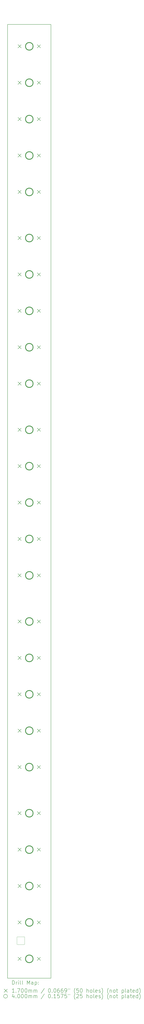
<source format=gbr>
%TF.GenerationSoftware,KiCad,Pcbnew,8.0.9-8.0.9-0~ubuntu20.04.1*%
%TF.CreationDate,2025-06-05T19:26:30+01:00*%
%TF.ProjectId,keyboard-pcb-rpi-pico-1x25,6b657962-6f61-4726-942d-7063622d7270,rev?*%
%TF.SameCoordinates,Original*%
%TF.FileFunction,Drillmap*%
%TF.FilePolarity,Positive*%
%FSLAX45Y45*%
G04 Gerber Fmt 4.5, Leading zero omitted, Abs format (unit mm)*
G04 Created by KiCad (PCBNEW 8.0.9-8.0.9-0~ubuntu20.04.1) date 2025-06-05 19:26:30*
%MOMM*%
%LPD*%
G01*
G04 APERTURE LIST*
%ADD10C,0.050000*%
%ADD11C,0.200000*%
%ADD12C,0.170000*%
%ADD13C,0.400000*%
G04 APERTURE END LIST*
D10*
X5341620Y-51701300D02*
X5341620Y-52057700D01*
D11*
X4445000Y-3937000D02*
X6731000Y-3937000D01*
X6731000Y-53848000D01*
X4445000Y-53848000D01*
X4445000Y-3937000D01*
D10*
X5316620Y-51676300D02*
G75*
G02*
X5341620Y-51701300I0J-25000D01*
G01*
X4935220Y-51701300D02*
G75*
G02*
X4960220Y-51676300I25000J0D01*
G01*
X5316620Y-52082700D02*
X4960220Y-52082700D01*
X4960220Y-52082700D02*
G75*
G02*
X4935220Y-52057700I0J25000D01*
G01*
X5341620Y-52057700D02*
G75*
G02*
X5316620Y-52082700I-25000J0D01*
G01*
X4960220Y-51676300D02*
X5316620Y-51676300D01*
X4935220Y-52057700D02*
X4935220Y-51701300D01*
D11*
D12*
X4995000Y-4995000D02*
X5165000Y-5165000D01*
X5165000Y-4995000D02*
X4995000Y-5165000D01*
X4995000Y-6900000D02*
X5165000Y-7070000D01*
X5165000Y-6900000D02*
X4995000Y-7070000D01*
X4995000Y-8805000D02*
X5165000Y-8975000D01*
X5165000Y-8805000D02*
X4995000Y-8975000D01*
X4995000Y-10710000D02*
X5165000Y-10880000D01*
X5165000Y-10710000D02*
X4995000Y-10880000D01*
X4995000Y-12615000D02*
X5165000Y-12785000D01*
X5165000Y-12615000D02*
X4995000Y-12785000D01*
X4995000Y-15028000D02*
X5165000Y-15198000D01*
X5165000Y-15028000D02*
X4995000Y-15198000D01*
X4995000Y-16933000D02*
X5165000Y-17103000D01*
X5165000Y-16933000D02*
X4995000Y-17103000D01*
X4995000Y-18838000D02*
X5165000Y-19008000D01*
X5165000Y-18838000D02*
X4995000Y-19008000D01*
X4995000Y-20743000D02*
X5165000Y-20913000D01*
X5165000Y-20743000D02*
X4995000Y-20913000D01*
X4995000Y-22648000D02*
X5165000Y-22818000D01*
X5165000Y-22648000D02*
X4995000Y-22818000D01*
X4995000Y-25061000D02*
X5165000Y-25231000D01*
X5165000Y-25061000D02*
X4995000Y-25231000D01*
X4995000Y-26966000D02*
X5165000Y-27136000D01*
X5165000Y-26966000D02*
X4995000Y-27136000D01*
X4995000Y-28871000D02*
X5165000Y-29041000D01*
X5165000Y-28871000D02*
X4995000Y-29041000D01*
X4995000Y-30776000D02*
X5165000Y-30946000D01*
X5165000Y-30776000D02*
X4995000Y-30946000D01*
X4995000Y-32681000D02*
X5165000Y-32851000D01*
X5165000Y-32681000D02*
X4995000Y-32851000D01*
X4995000Y-35094000D02*
X5165000Y-35264000D01*
X5165000Y-35094000D02*
X4995000Y-35264000D01*
X4995000Y-36999000D02*
X5165000Y-37169000D01*
X5165000Y-36999000D02*
X4995000Y-37169000D01*
X4995000Y-38904000D02*
X5165000Y-39074000D01*
X5165000Y-38904000D02*
X4995000Y-39074000D01*
X4995000Y-40809000D02*
X5165000Y-40979000D01*
X5165000Y-40809000D02*
X4995000Y-40979000D01*
X4995000Y-42714000D02*
X5165000Y-42884000D01*
X5165000Y-42714000D02*
X4995000Y-42884000D01*
X4995000Y-45127000D02*
X5165000Y-45297000D01*
X5165000Y-45127000D02*
X4995000Y-45297000D01*
X4995000Y-47032000D02*
X5165000Y-47202000D01*
X5165000Y-47032000D02*
X4995000Y-47202000D01*
X4995000Y-48937000D02*
X5165000Y-49107000D01*
X5165000Y-48937000D02*
X4995000Y-49107000D01*
X4995000Y-50842000D02*
X5165000Y-51012000D01*
X5165000Y-50842000D02*
X4995000Y-51012000D01*
X4995000Y-52747000D02*
X5165000Y-52917000D01*
X5165000Y-52747000D02*
X4995000Y-52917000D01*
X6011000Y-4995000D02*
X6181000Y-5165000D01*
X6181000Y-4995000D02*
X6011000Y-5165000D01*
X6011000Y-6900000D02*
X6181000Y-7070000D01*
X6181000Y-6900000D02*
X6011000Y-7070000D01*
X6011000Y-8805000D02*
X6181000Y-8975000D01*
X6181000Y-8805000D02*
X6011000Y-8975000D01*
X6011000Y-10710000D02*
X6181000Y-10880000D01*
X6181000Y-10710000D02*
X6011000Y-10880000D01*
X6011000Y-12615000D02*
X6181000Y-12785000D01*
X6181000Y-12615000D02*
X6011000Y-12785000D01*
X6011000Y-15028000D02*
X6181000Y-15198000D01*
X6181000Y-15028000D02*
X6011000Y-15198000D01*
X6011000Y-16933000D02*
X6181000Y-17103000D01*
X6181000Y-16933000D02*
X6011000Y-17103000D01*
X6011000Y-18838000D02*
X6181000Y-19008000D01*
X6181000Y-18838000D02*
X6011000Y-19008000D01*
X6011000Y-20743000D02*
X6181000Y-20913000D01*
X6181000Y-20743000D02*
X6011000Y-20913000D01*
X6011000Y-22648000D02*
X6181000Y-22818000D01*
X6181000Y-22648000D02*
X6011000Y-22818000D01*
X6011000Y-25061000D02*
X6181000Y-25231000D01*
X6181000Y-25061000D02*
X6011000Y-25231000D01*
X6011000Y-26966000D02*
X6181000Y-27136000D01*
X6181000Y-26966000D02*
X6011000Y-27136000D01*
X6011000Y-28871000D02*
X6181000Y-29041000D01*
X6181000Y-28871000D02*
X6011000Y-29041000D01*
X6011000Y-30776000D02*
X6181000Y-30946000D01*
X6181000Y-30776000D02*
X6011000Y-30946000D01*
X6011000Y-32681000D02*
X6181000Y-32851000D01*
X6181000Y-32681000D02*
X6011000Y-32851000D01*
X6011000Y-35094000D02*
X6181000Y-35264000D01*
X6181000Y-35094000D02*
X6011000Y-35264000D01*
X6011000Y-36999000D02*
X6181000Y-37169000D01*
X6181000Y-36999000D02*
X6011000Y-37169000D01*
X6011000Y-38904000D02*
X6181000Y-39074000D01*
X6181000Y-38904000D02*
X6011000Y-39074000D01*
X6011000Y-40809000D02*
X6181000Y-40979000D01*
X6181000Y-40809000D02*
X6011000Y-40979000D01*
X6011000Y-42714000D02*
X6181000Y-42884000D01*
X6181000Y-42714000D02*
X6011000Y-42884000D01*
X6011000Y-45127000D02*
X6181000Y-45297000D01*
X6181000Y-45127000D02*
X6011000Y-45297000D01*
X6011000Y-47032000D02*
X6181000Y-47202000D01*
X6181000Y-47032000D02*
X6011000Y-47202000D01*
X6011000Y-48937000D02*
X6181000Y-49107000D01*
X6181000Y-48937000D02*
X6011000Y-49107000D01*
X6011000Y-50842000D02*
X6181000Y-51012000D01*
X6181000Y-50842000D02*
X6011000Y-51012000D01*
X6011000Y-52747000D02*
X6181000Y-52917000D01*
X6181000Y-52747000D02*
X6011000Y-52917000D01*
D13*
X5788000Y-5080000D02*
G75*
G02*
X5388000Y-5080000I-200000J0D01*
G01*
X5388000Y-5080000D02*
G75*
G02*
X5788000Y-5080000I200000J0D01*
G01*
X5788000Y-6985000D02*
G75*
G02*
X5388000Y-6985000I-200000J0D01*
G01*
X5388000Y-6985000D02*
G75*
G02*
X5788000Y-6985000I200000J0D01*
G01*
X5788000Y-8890000D02*
G75*
G02*
X5388000Y-8890000I-200000J0D01*
G01*
X5388000Y-8890000D02*
G75*
G02*
X5788000Y-8890000I200000J0D01*
G01*
X5788000Y-10795000D02*
G75*
G02*
X5388000Y-10795000I-200000J0D01*
G01*
X5388000Y-10795000D02*
G75*
G02*
X5788000Y-10795000I200000J0D01*
G01*
X5788000Y-12700000D02*
G75*
G02*
X5388000Y-12700000I-200000J0D01*
G01*
X5388000Y-12700000D02*
G75*
G02*
X5788000Y-12700000I200000J0D01*
G01*
X5788000Y-15113000D02*
G75*
G02*
X5388000Y-15113000I-200000J0D01*
G01*
X5388000Y-15113000D02*
G75*
G02*
X5788000Y-15113000I200000J0D01*
G01*
X5788000Y-17018000D02*
G75*
G02*
X5388000Y-17018000I-200000J0D01*
G01*
X5388000Y-17018000D02*
G75*
G02*
X5788000Y-17018000I200000J0D01*
G01*
X5788000Y-18923000D02*
G75*
G02*
X5388000Y-18923000I-200000J0D01*
G01*
X5388000Y-18923000D02*
G75*
G02*
X5788000Y-18923000I200000J0D01*
G01*
X5788000Y-20828000D02*
G75*
G02*
X5388000Y-20828000I-200000J0D01*
G01*
X5388000Y-20828000D02*
G75*
G02*
X5788000Y-20828000I200000J0D01*
G01*
X5788000Y-22733000D02*
G75*
G02*
X5388000Y-22733000I-200000J0D01*
G01*
X5388000Y-22733000D02*
G75*
G02*
X5788000Y-22733000I200000J0D01*
G01*
X5788000Y-25146000D02*
G75*
G02*
X5388000Y-25146000I-200000J0D01*
G01*
X5388000Y-25146000D02*
G75*
G02*
X5788000Y-25146000I200000J0D01*
G01*
X5788000Y-27051000D02*
G75*
G02*
X5388000Y-27051000I-200000J0D01*
G01*
X5388000Y-27051000D02*
G75*
G02*
X5788000Y-27051000I200000J0D01*
G01*
X5788000Y-28956000D02*
G75*
G02*
X5388000Y-28956000I-200000J0D01*
G01*
X5388000Y-28956000D02*
G75*
G02*
X5788000Y-28956000I200000J0D01*
G01*
X5788000Y-30861000D02*
G75*
G02*
X5388000Y-30861000I-200000J0D01*
G01*
X5388000Y-30861000D02*
G75*
G02*
X5788000Y-30861000I200000J0D01*
G01*
X5788000Y-32766000D02*
G75*
G02*
X5388000Y-32766000I-200000J0D01*
G01*
X5388000Y-32766000D02*
G75*
G02*
X5788000Y-32766000I200000J0D01*
G01*
X5788000Y-35179000D02*
G75*
G02*
X5388000Y-35179000I-200000J0D01*
G01*
X5388000Y-35179000D02*
G75*
G02*
X5788000Y-35179000I200000J0D01*
G01*
X5788000Y-37084000D02*
G75*
G02*
X5388000Y-37084000I-200000J0D01*
G01*
X5388000Y-37084000D02*
G75*
G02*
X5788000Y-37084000I200000J0D01*
G01*
X5788000Y-38989000D02*
G75*
G02*
X5388000Y-38989000I-200000J0D01*
G01*
X5388000Y-38989000D02*
G75*
G02*
X5788000Y-38989000I200000J0D01*
G01*
X5788000Y-40894000D02*
G75*
G02*
X5388000Y-40894000I-200000J0D01*
G01*
X5388000Y-40894000D02*
G75*
G02*
X5788000Y-40894000I200000J0D01*
G01*
X5788000Y-42799000D02*
G75*
G02*
X5388000Y-42799000I-200000J0D01*
G01*
X5388000Y-42799000D02*
G75*
G02*
X5788000Y-42799000I200000J0D01*
G01*
X5788000Y-45212000D02*
G75*
G02*
X5388000Y-45212000I-200000J0D01*
G01*
X5388000Y-45212000D02*
G75*
G02*
X5788000Y-45212000I200000J0D01*
G01*
X5788000Y-47117000D02*
G75*
G02*
X5388000Y-47117000I-200000J0D01*
G01*
X5388000Y-47117000D02*
G75*
G02*
X5788000Y-47117000I200000J0D01*
G01*
X5788000Y-49022000D02*
G75*
G02*
X5388000Y-49022000I-200000J0D01*
G01*
X5388000Y-49022000D02*
G75*
G02*
X5788000Y-49022000I200000J0D01*
G01*
X5788000Y-50927000D02*
G75*
G02*
X5388000Y-50927000I-200000J0D01*
G01*
X5388000Y-50927000D02*
G75*
G02*
X5788000Y-50927000I200000J0D01*
G01*
X5788000Y-52832000D02*
G75*
G02*
X5388000Y-52832000I-200000J0D01*
G01*
X5388000Y-52832000D02*
G75*
G02*
X5788000Y-52832000I200000J0D01*
G01*
D11*
X4695777Y-54169484D02*
X4695777Y-53969484D01*
X4695777Y-53969484D02*
X4743396Y-53969484D01*
X4743396Y-53969484D02*
X4771967Y-53979008D01*
X4771967Y-53979008D02*
X4791015Y-53998055D01*
X4791015Y-53998055D02*
X4800539Y-54017103D01*
X4800539Y-54017103D02*
X4810063Y-54055198D01*
X4810063Y-54055198D02*
X4810063Y-54083769D01*
X4810063Y-54083769D02*
X4800539Y-54121865D01*
X4800539Y-54121865D02*
X4791015Y-54140912D01*
X4791015Y-54140912D02*
X4771967Y-54159960D01*
X4771967Y-54159960D02*
X4743396Y-54169484D01*
X4743396Y-54169484D02*
X4695777Y-54169484D01*
X4895777Y-54169484D02*
X4895777Y-54036150D01*
X4895777Y-54074246D02*
X4905301Y-54055198D01*
X4905301Y-54055198D02*
X4914824Y-54045674D01*
X4914824Y-54045674D02*
X4933872Y-54036150D01*
X4933872Y-54036150D02*
X4952920Y-54036150D01*
X5019586Y-54169484D02*
X5019586Y-54036150D01*
X5019586Y-53969484D02*
X5010063Y-53979008D01*
X5010063Y-53979008D02*
X5019586Y-53988531D01*
X5019586Y-53988531D02*
X5029110Y-53979008D01*
X5029110Y-53979008D02*
X5019586Y-53969484D01*
X5019586Y-53969484D02*
X5019586Y-53988531D01*
X5143396Y-54169484D02*
X5124348Y-54159960D01*
X5124348Y-54159960D02*
X5114824Y-54140912D01*
X5114824Y-54140912D02*
X5114824Y-53969484D01*
X5248158Y-54169484D02*
X5229110Y-54159960D01*
X5229110Y-54159960D02*
X5219586Y-54140912D01*
X5219586Y-54140912D02*
X5219586Y-53969484D01*
X5476729Y-54169484D02*
X5476729Y-53969484D01*
X5476729Y-53969484D02*
X5543396Y-54112341D01*
X5543396Y-54112341D02*
X5610062Y-53969484D01*
X5610062Y-53969484D02*
X5610062Y-54169484D01*
X5791015Y-54169484D02*
X5791015Y-54064722D01*
X5791015Y-54064722D02*
X5781491Y-54045674D01*
X5781491Y-54045674D02*
X5762443Y-54036150D01*
X5762443Y-54036150D02*
X5724348Y-54036150D01*
X5724348Y-54036150D02*
X5705301Y-54045674D01*
X5791015Y-54159960D02*
X5771967Y-54169484D01*
X5771967Y-54169484D02*
X5724348Y-54169484D01*
X5724348Y-54169484D02*
X5705301Y-54159960D01*
X5705301Y-54159960D02*
X5695777Y-54140912D01*
X5695777Y-54140912D02*
X5695777Y-54121865D01*
X5695777Y-54121865D02*
X5705301Y-54102817D01*
X5705301Y-54102817D02*
X5724348Y-54093293D01*
X5724348Y-54093293D02*
X5771967Y-54093293D01*
X5771967Y-54093293D02*
X5791015Y-54083769D01*
X5886253Y-54036150D02*
X5886253Y-54236150D01*
X5886253Y-54045674D02*
X5905301Y-54036150D01*
X5905301Y-54036150D02*
X5943396Y-54036150D01*
X5943396Y-54036150D02*
X5962443Y-54045674D01*
X5962443Y-54045674D02*
X5971967Y-54055198D01*
X5971967Y-54055198D02*
X5981491Y-54074246D01*
X5981491Y-54074246D02*
X5981491Y-54131388D01*
X5981491Y-54131388D02*
X5971967Y-54150436D01*
X5971967Y-54150436D02*
X5962443Y-54159960D01*
X5962443Y-54159960D02*
X5943396Y-54169484D01*
X5943396Y-54169484D02*
X5905301Y-54169484D01*
X5905301Y-54169484D02*
X5886253Y-54159960D01*
X6067205Y-54150436D02*
X6076729Y-54159960D01*
X6076729Y-54159960D02*
X6067205Y-54169484D01*
X6067205Y-54169484D02*
X6057682Y-54159960D01*
X6057682Y-54159960D02*
X6067205Y-54150436D01*
X6067205Y-54150436D02*
X6067205Y-54169484D01*
X6067205Y-54045674D02*
X6076729Y-54055198D01*
X6076729Y-54055198D02*
X6067205Y-54064722D01*
X6067205Y-54064722D02*
X6057682Y-54055198D01*
X6057682Y-54055198D02*
X6067205Y-54045674D01*
X6067205Y-54045674D02*
X6067205Y-54064722D01*
D12*
X4265000Y-54413000D02*
X4435000Y-54583000D01*
X4435000Y-54413000D02*
X4265000Y-54583000D01*
D11*
X4800539Y-54589484D02*
X4686253Y-54589484D01*
X4743396Y-54589484D02*
X4743396Y-54389484D01*
X4743396Y-54389484D02*
X4724348Y-54418055D01*
X4724348Y-54418055D02*
X4705301Y-54437103D01*
X4705301Y-54437103D02*
X4686253Y-54446627D01*
X4886253Y-54570436D02*
X4895777Y-54579960D01*
X4895777Y-54579960D02*
X4886253Y-54589484D01*
X4886253Y-54589484D02*
X4876729Y-54579960D01*
X4876729Y-54579960D02*
X4886253Y-54570436D01*
X4886253Y-54570436D02*
X4886253Y-54589484D01*
X4962444Y-54389484D02*
X5095777Y-54389484D01*
X5095777Y-54389484D02*
X5010063Y-54589484D01*
X5210063Y-54389484D02*
X5229110Y-54389484D01*
X5229110Y-54389484D02*
X5248158Y-54399008D01*
X5248158Y-54399008D02*
X5257682Y-54408531D01*
X5257682Y-54408531D02*
X5267205Y-54427579D01*
X5267205Y-54427579D02*
X5276729Y-54465674D01*
X5276729Y-54465674D02*
X5276729Y-54513293D01*
X5276729Y-54513293D02*
X5267205Y-54551388D01*
X5267205Y-54551388D02*
X5257682Y-54570436D01*
X5257682Y-54570436D02*
X5248158Y-54579960D01*
X5248158Y-54579960D02*
X5229110Y-54589484D01*
X5229110Y-54589484D02*
X5210063Y-54589484D01*
X5210063Y-54589484D02*
X5191015Y-54579960D01*
X5191015Y-54579960D02*
X5181491Y-54570436D01*
X5181491Y-54570436D02*
X5171967Y-54551388D01*
X5171967Y-54551388D02*
X5162444Y-54513293D01*
X5162444Y-54513293D02*
X5162444Y-54465674D01*
X5162444Y-54465674D02*
X5171967Y-54427579D01*
X5171967Y-54427579D02*
X5181491Y-54408531D01*
X5181491Y-54408531D02*
X5191015Y-54399008D01*
X5191015Y-54399008D02*
X5210063Y-54389484D01*
X5400539Y-54389484D02*
X5419586Y-54389484D01*
X5419586Y-54389484D02*
X5438634Y-54399008D01*
X5438634Y-54399008D02*
X5448158Y-54408531D01*
X5448158Y-54408531D02*
X5457682Y-54427579D01*
X5457682Y-54427579D02*
X5467205Y-54465674D01*
X5467205Y-54465674D02*
X5467205Y-54513293D01*
X5467205Y-54513293D02*
X5457682Y-54551388D01*
X5457682Y-54551388D02*
X5448158Y-54570436D01*
X5448158Y-54570436D02*
X5438634Y-54579960D01*
X5438634Y-54579960D02*
X5419586Y-54589484D01*
X5419586Y-54589484D02*
X5400539Y-54589484D01*
X5400539Y-54589484D02*
X5381491Y-54579960D01*
X5381491Y-54579960D02*
X5371967Y-54570436D01*
X5371967Y-54570436D02*
X5362444Y-54551388D01*
X5362444Y-54551388D02*
X5352920Y-54513293D01*
X5352920Y-54513293D02*
X5352920Y-54465674D01*
X5352920Y-54465674D02*
X5362444Y-54427579D01*
X5362444Y-54427579D02*
X5371967Y-54408531D01*
X5371967Y-54408531D02*
X5381491Y-54399008D01*
X5381491Y-54399008D02*
X5400539Y-54389484D01*
X5552920Y-54589484D02*
X5552920Y-54456150D01*
X5552920Y-54475198D02*
X5562444Y-54465674D01*
X5562444Y-54465674D02*
X5581491Y-54456150D01*
X5581491Y-54456150D02*
X5610063Y-54456150D01*
X5610063Y-54456150D02*
X5629110Y-54465674D01*
X5629110Y-54465674D02*
X5638634Y-54484722D01*
X5638634Y-54484722D02*
X5638634Y-54589484D01*
X5638634Y-54484722D02*
X5648158Y-54465674D01*
X5648158Y-54465674D02*
X5667205Y-54456150D01*
X5667205Y-54456150D02*
X5695777Y-54456150D01*
X5695777Y-54456150D02*
X5714824Y-54465674D01*
X5714824Y-54465674D02*
X5724348Y-54484722D01*
X5724348Y-54484722D02*
X5724348Y-54589484D01*
X5819586Y-54589484D02*
X5819586Y-54456150D01*
X5819586Y-54475198D02*
X5829110Y-54465674D01*
X5829110Y-54465674D02*
X5848158Y-54456150D01*
X5848158Y-54456150D02*
X5876729Y-54456150D01*
X5876729Y-54456150D02*
X5895777Y-54465674D01*
X5895777Y-54465674D02*
X5905301Y-54484722D01*
X5905301Y-54484722D02*
X5905301Y-54589484D01*
X5905301Y-54484722D02*
X5914824Y-54465674D01*
X5914824Y-54465674D02*
X5933872Y-54456150D01*
X5933872Y-54456150D02*
X5962443Y-54456150D01*
X5962443Y-54456150D02*
X5981491Y-54465674D01*
X5981491Y-54465674D02*
X5991015Y-54484722D01*
X5991015Y-54484722D02*
X5991015Y-54589484D01*
X6381491Y-54379960D02*
X6210063Y-54637103D01*
X6638634Y-54389484D02*
X6657682Y-54389484D01*
X6657682Y-54389484D02*
X6676729Y-54399008D01*
X6676729Y-54399008D02*
X6686253Y-54408531D01*
X6686253Y-54408531D02*
X6695777Y-54427579D01*
X6695777Y-54427579D02*
X6705301Y-54465674D01*
X6705301Y-54465674D02*
X6705301Y-54513293D01*
X6705301Y-54513293D02*
X6695777Y-54551388D01*
X6695777Y-54551388D02*
X6686253Y-54570436D01*
X6686253Y-54570436D02*
X6676729Y-54579960D01*
X6676729Y-54579960D02*
X6657682Y-54589484D01*
X6657682Y-54589484D02*
X6638634Y-54589484D01*
X6638634Y-54589484D02*
X6619586Y-54579960D01*
X6619586Y-54579960D02*
X6610063Y-54570436D01*
X6610063Y-54570436D02*
X6600539Y-54551388D01*
X6600539Y-54551388D02*
X6591015Y-54513293D01*
X6591015Y-54513293D02*
X6591015Y-54465674D01*
X6591015Y-54465674D02*
X6600539Y-54427579D01*
X6600539Y-54427579D02*
X6610063Y-54408531D01*
X6610063Y-54408531D02*
X6619586Y-54399008D01*
X6619586Y-54399008D02*
X6638634Y-54389484D01*
X6791015Y-54570436D02*
X6800539Y-54579960D01*
X6800539Y-54579960D02*
X6791015Y-54589484D01*
X6791015Y-54589484D02*
X6781491Y-54579960D01*
X6781491Y-54579960D02*
X6791015Y-54570436D01*
X6791015Y-54570436D02*
X6791015Y-54589484D01*
X6924348Y-54389484D02*
X6943396Y-54389484D01*
X6943396Y-54389484D02*
X6962444Y-54399008D01*
X6962444Y-54399008D02*
X6971967Y-54408531D01*
X6971967Y-54408531D02*
X6981491Y-54427579D01*
X6981491Y-54427579D02*
X6991015Y-54465674D01*
X6991015Y-54465674D02*
X6991015Y-54513293D01*
X6991015Y-54513293D02*
X6981491Y-54551388D01*
X6981491Y-54551388D02*
X6971967Y-54570436D01*
X6971967Y-54570436D02*
X6962444Y-54579960D01*
X6962444Y-54579960D02*
X6943396Y-54589484D01*
X6943396Y-54589484D02*
X6924348Y-54589484D01*
X6924348Y-54589484D02*
X6905301Y-54579960D01*
X6905301Y-54579960D02*
X6895777Y-54570436D01*
X6895777Y-54570436D02*
X6886253Y-54551388D01*
X6886253Y-54551388D02*
X6876729Y-54513293D01*
X6876729Y-54513293D02*
X6876729Y-54465674D01*
X6876729Y-54465674D02*
X6886253Y-54427579D01*
X6886253Y-54427579D02*
X6895777Y-54408531D01*
X6895777Y-54408531D02*
X6905301Y-54399008D01*
X6905301Y-54399008D02*
X6924348Y-54389484D01*
X7162444Y-54389484D02*
X7124348Y-54389484D01*
X7124348Y-54389484D02*
X7105301Y-54399008D01*
X7105301Y-54399008D02*
X7095777Y-54408531D01*
X7095777Y-54408531D02*
X7076729Y-54437103D01*
X7076729Y-54437103D02*
X7067206Y-54475198D01*
X7067206Y-54475198D02*
X7067206Y-54551388D01*
X7067206Y-54551388D02*
X7076729Y-54570436D01*
X7076729Y-54570436D02*
X7086253Y-54579960D01*
X7086253Y-54579960D02*
X7105301Y-54589484D01*
X7105301Y-54589484D02*
X7143396Y-54589484D01*
X7143396Y-54589484D02*
X7162444Y-54579960D01*
X7162444Y-54579960D02*
X7171967Y-54570436D01*
X7171967Y-54570436D02*
X7181491Y-54551388D01*
X7181491Y-54551388D02*
X7181491Y-54503769D01*
X7181491Y-54503769D02*
X7171967Y-54484722D01*
X7171967Y-54484722D02*
X7162444Y-54475198D01*
X7162444Y-54475198D02*
X7143396Y-54465674D01*
X7143396Y-54465674D02*
X7105301Y-54465674D01*
X7105301Y-54465674D02*
X7086253Y-54475198D01*
X7086253Y-54475198D02*
X7076729Y-54484722D01*
X7076729Y-54484722D02*
X7067206Y-54503769D01*
X7352920Y-54389484D02*
X7314825Y-54389484D01*
X7314825Y-54389484D02*
X7295777Y-54399008D01*
X7295777Y-54399008D02*
X7286253Y-54408531D01*
X7286253Y-54408531D02*
X7267206Y-54437103D01*
X7267206Y-54437103D02*
X7257682Y-54475198D01*
X7257682Y-54475198D02*
X7257682Y-54551388D01*
X7257682Y-54551388D02*
X7267206Y-54570436D01*
X7267206Y-54570436D02*
X7276729Y-54579960D01*
X7276729Y-54579960D02*
X7295777Y-54589484D01*
X7295777Y-54589484D02*
X7333872Y-54589484D01*
X7333872Y-54589484D02*
X7352920Y-54579960D01*
X7352920Y-54579960D02*
X7362444Y-54570436D01*
X7362444Y-54570436D02*
X7371967Y-54551388D01*
X7371967Y-54551388D02*
X7371967Y-54503769D01*
X7371967Y-54503769D02*
X7362444Y-54484722D01*
X7362444Y-54484722D02*
X7352920Y-54475198D01*
X7352920Y-54475198D02*
X7333872Y-54465674D01*
X7333872Y-54465674D02*
X7295777Y-54465674D01*
X7295777Y-54465674D02*
X7276729Y-54475198D01*
X7276729Y-54475198D02*
X7267206Y-54484722D01*
X7267206Y-54484722D02*
X7257682Y-54503769D01*
X7467206Y-54589484D02*
X7505301Y-54589484D01*
X7505301Y-54589484D02*
X7524348Y-54579960D01*
X7524348Y-54579960D02*
X7533872Y-54570436D01*
X7533872Y-54570436D02*
X7552920Y-54541865D01*
X7552920Y-54541865D02*
X7562444Y-54503769D01*
X7562444Y-54503769D02*
X7562444Y-54427579D01*
X7562444Y-54427579D02*
X7552920Y-54408531D01*
X7552920Y-54408531D02*
X7543396Y-54399008D01*
X7543396Y-54399008D02*
X7524348Y-54389484D01*
X7524348Y-54389484D02*
X7486253Y-54389484D01*
X7486253Y-54389484D02*
X7467206Y-54399008D01*
X7467206Y-54399008D02*
X7457682Y-54408531D01*
X7457682Y-54408531D02*
X7448158Y-54427579D01*
X7448158Y-54427579D02*
X7448158Y-54475198D01*
X7448158Y-54475198D02*
X7457682Y-54494246D01*
X7457682Y-54494246D02*
X7467206Y-54503769D01*
X7467206Y-54503769D02*
X7486253Y-54513293D01*
X7486253Y-54513293D02*
X7524348Y-54513293D01*
X7524348Y-54513293D02*
X7543396Y-54503769D01*
X7543396Y-54503769D02*
X7552920Y-54494246D01*
X7552920Y-54494246D02*
X7562444Y-54475198D01*
X7638634Y-54389484D02*
X7638634Y-54427579D01*
X7714825Y-54389484D02*
X7714825Y-54427579D01*
X8010063Y-54665674D02*
X8000539Y-54656150D01*
X8000539Y-54656150D02*
X7981491Y-54627579D01*
X7981491Y-54627579D02*
X7971968Y-54608531D01*
X7971968Y-54608531D02*
X7962444Y-54579960D01*
X7962444Y-54579960D02*
X7952920Y-54532341D01*
X7952920Y-54532341D02*
X7952920Y-54494246D01*
X7952920Y-54494246D02*
X7962444Y-54446627D01*
X7962444Y-54446627D02*
X7971968Y-54418055D01*
X7971968Y-54418055D02*
X7981491Y-54399008D01*
X7981491Y-54399008D02*
X8000539Y-54370436D01*
X8000539Y-54370436D02*
X8010063Y-54360912D01*
X8181491Y-54389484D02*
X8086253Y-54389484D01*
X8086253Y-54389484D02*
X8076729Y-54484722D01*
X8076729Y-54484722D02*
X8086253Y-54475198D01*
X8086253Y-54475198D02*
X8105301Y-54465674D01*
X8105301Y-54465674D02*
X8152920Y-54465674D01*
X8152920Y-54465674D02*
X8171968Y-54475198D01*
X8171968Y-54475198D02*
X8181491Y-54484722D01*
X8181491Y-54484722D02*
X8191015Y-54503769D01*
X8191015Y-54503769D02*
X8191015Y-54551388D01*
X8191015Y-54551388D02*
X8181491Y-54570436D01*
X8181491Y-54570436D02*
X8171968Y-54579960D01*
X8171968Y-54579960D02*
X8152920Y-54589484D01*
X8152920Y-54589484D02*
X8105301Y-54589484D01*
X8105301Y-54589484D02*
X8086253Y-54579960D01*
X8086253Y-54579960D02*
X8076729Y-54570436D01*
X8314825Y-54389484D02*
X8333872Y-54389484D01*
X8333872Y-54389484D02*
X8352920Y-54399008D01*
X8352920Y-54399008D02*
X8362444Y-54408531D01*
X8362444Y-54408531D02*
X8371968Y-54427579D01*
X8371968Y-54427579D02*
X8381491Y-54465674D01*
X8381491Y-54465674D02*
X8381491Y-54513293D01*
X8381491Y-54513293D02*
X8371968Y-54551388D01*
X8371968Y-54551388D02*
X8362444Y-54570436D01*
X8362444Y-54570436D02*
X8352920Y-54579960D01*
X8352920Y-54579960D02*
X8333872Y-54589484D01*
X8333872Y-54589484D02*
X8314825Y-54589484D01*
X8314825Y-54589484D02*
X8295777Y-54579960D01*
X8295777Y-54579960D02*
X8286253Y-54570436D01*
X8286253Y-54570436D02*
X8276729Y-54551388D01*
X8276729Y-54551388D02*
X8267206Y-54513293D01*
X8267206Y-54513293D02*
X8267206Y-54465674D01*
X8267206Y-54465674D02*
X8276729Y-54427579D01*
X8276729Y-54427579D02*
X8286253Y-54408531D01*
X8286253Y-54408531D02*
X8295777Y-54399008D01*
X8295777Y-54399008D02*
X8314825Y-54389484D01*
X8619587Y-54589484D02*
X8619587Y-54389484D01*
X8705301Y-54589484D02*
X8705301Y-54484722D01*
X8705301Y-54484722D02*
X8695777Y-54465674D01*
X8695777Y-54465674D02*
X8676730Y-54456150D01*
X8676730Y-54456150D02*
X8648158Y-54456150D01*
X8648158Y-54456150D02*
X8629111Y-54465674D01*
X8629111Y-54465674D02*
X8619587Y-54475198D01*
X8829111Y-54589484D02*
X8810063Y-54579960D01*
X8810063Y-54579960D02*
X8800539Y-54570436D01*
X8800539Y-54570436D02*
X8791015Y-54551388D01*
X8791015Y-54551388D02*
X8791015Y-54494246D01*
X8791015Y-54494246D02*
X8800539Y-54475198D01*
X8800539Y-54475198D02*
X8810063Y-54465674D01*
X8810063Y-54465674D02*
X8829111Y-54456150D01*
X8829111Y-54456150D02*
X8857682Y-54456150D01*
X8857682Y-54456150D02*
X8876730Y-54465674D01*
X8876730Y-54465674D02*
X8886253Y-54475198D01*
X8886253Y-54475198D02*
X8895777Y-54494246D01*
X8895777Y-54494246D02*
X8895777Y-54551388D01*
X8895777Y-54551388D02*
X8886253Y-54570436D01*
X8886253Y-54570436D02*
X8876730Y-54579960D01*
X8876730Y-54579960D02*
X8857682Y-54589484D01*
X8857682Y-54589484D02*
X8829111Y-54589484D01*
X9010063Y-54589484D02*
X8991015Y-54579960D01*
X8991015Y-54579960D02*
X8981492Y-54560912D01*
X8981492Y-54560912D02*
X8981492Y-54389484D01*
X9162444Y-54579960D02*
X9143396Y-54589484D01*
X9143396Y-54589484D02*
X9105301Y-54589484D01*
X9105301Y-54589484D02*
X9086253Y-54579960D01*
X9086253Y-54579960D02*
X9076730Y-54560912D01*
X9076730Y-54560912D02*
X9076730Y-54484722D01*
X9076730Y-54484722D02*
X9086253Y-54465674D01*
X9086253Y-54465674D02*
X9105301Y-54456150D01*
X9105301Y-54456150D02*
X9143396Y-54456150D01*
X9143396Y-54456150D02*
X9162444Y-54465674D01*
X9162444Y-54465674D02*
X9171968Y-54484722D01*
X9171968Y-54484722D02*
X9171968Y-54503769D01*
X9171968Y-54503769D02*
X9076730Y-54522817D01*
X9248158Y-54579960D02*
X9267206Y-54589484D01*
X9267206Y-54589484D02*
X9305301Y-54589484D01*
X9305301Y-54589484D02*
X9324349Y-54579960D01*
X9324349Y-54579960D02*
X9333873Y-54560912D01*
X9333873Y-54560912D02*
X9333873Y-54551388D01*
X9333873Y-54551388D02*
X9324349Y-54532341D01*
X9324349Y-54532341D02*
X9305301Y-54522817D01*
X9305301Y-54522817D02*
X9276730Y-54522817D01*
X9276730Y-54522817D02*
X9257682Y-54513293D01*
X9257682Y-54513293D02*
X9248158Y-54494246D01*
X9248158Y-54494246D02*
X9248158Y-54484722D01*
X9248158Y-54484722D02*
X9257682Y-54465674D01*
X9257682Y-54465674D02*
X9276730Y-54456150D01*
X9276730Y-54456150D02*
X9305301Y-54456150D01*
X9305301Y-54456150D02*
X9324349Y-54465674D01*
X9400539Y-54665674D02*
X9410063Y-54656150D01*
X9410063Y-54656150D02*
X9429111Y-54627579D01*
X9429111Y-54627579D02*
X9438634Y-54608531D01*
X9438634Y-54608531D02*
X9448158Y-54579960D01*
X9448158Y-54579960D02*
X9457682Y-54532341D01*
X9457682Y-54532341D02*
X9457682Y-54494246D01*
X9457682Y-54494246D02*
X9448158Y-54446627D01*
X9448158Y-54446627D02*
X9438634Y-54418055D01*
X9438634Y-54418055D02*
X9429111Y-54399008D01*
X9429111Y-54399008D02*
X9410063Y-54370436D01*
X9410063Y-54370436D02*
X9400539Y-54360912D01*
X9762444Y-54665674D02*
X9752920Y-54656150D01*
X9752920Y-54656150D02*
X9733873Y-54627579D01*
X9733873Y-54627579D02*
X9724349Y-54608531D01*
X9724349Y-54608531D02*
X9714825Y-54579960D01*
X9714825Y-54579960D02*
X9705301Y-54532341D01*
X9705301Y-54532341D02*
X9705301Y-54494246D01*
X9705301Y-54494246D02*
X9714825Y-54446627D01*
X9714825Y-54446627D02*
X9724349Y-54418055D01*
X9724349Y-54418055D02*
X9733873Y-54399008D01*
X9733873Y-54399008D02*
X9752920Y-54370436D01*
X9752920Y-54370436D02*
X9762444Y-54360912D01*
X9838634Y-54456150D02*
X9838634Y-54589484D01*
X9838634Y-54475198D02*
X9848158Y-54465674D01*
X9848158Y-54465674D02*
X9867206Y-54456150D01*
X9867206Y-54456150D02*
X9895777Y-54456150D01*
X9895777Y-54456150D02*
X9914825Y-54465674D01*
X9914825Y-54465674D02*
X9924349Y-54484722D01*
X9924349Y-54484722D02*
X9924349Y-54589484D01*
X10048158Y-54589484D02*
X10029111Y-54579960D01*
X10029111Y-54579960D02*
X10019587Y-54570436D01*
X10019587Y-54570436D02*
X10010063Y-54551388D01*
X10010063Y-54551388D02*
X10010063Y-54494246D01*
X10010063Y-54494246D02*
X10019587Y-54475198D01*
X10019587Y-54475198D02*
X10029111Y-54465674D01*
X10029111Y-54465674D02*
X10048158Y-54456150D01*
X10048158Y-54456150D02*
X10076730Y-54456150D01*
X10076730Y-54456150D02*
X10095777Y-54465674D01*
X10095777Y-54465674D02*
X10105301Y-54475198D01*
X10105301Y-54475198D02*
X10114825Y-54494246D01*
X10114825Y-54494246D02*
X10114825Y-54551388D01*
X10114825Y-54551388D02*
X10105301Y-54570436D01*
X10105301Y-54570436D02*
X10095777Y-54579960D01*
X10095777Y-54579960D02*
X10076730Y-54589484D01*
X10076730Y-54589484D02*
X10048158Y-54589484D01*
X10171968Y-54456150D02*
X10248158Y-54456150D01*
X10200539Y-54389484D02*
X10200539Y-54560912D01*
X10200539Y-54560912D02*
X10210063Y-54579960D01*
X10210063Y-54579960D02*
X10229111Y-54589484D01*
X10229111Y-54589484D02*
X10248158Y-54589484D01*
X10467206Y-54456150D02*
X10467206Y-54656150D01*
X10467206Y-54465674D02*
X10486254Y-54456150D01*
X10486254Y-54456150D02*
X10524349Y-54456150D01*
X10524349Y-54456150D02*
X10543396Y-54465674D01*
X10543396Y-54465674D02*
X10552920Y-54475198D01*
X10552920Y-54475198D02*
X10562444Y-54494246D01*
X10562444Y-54494246D02*
X10562444Y-54551388D01*
X10562444Y-54551388D02*
X10552920Y-54570436D01*
X10552920Y-54570436D02*
X10543396Y-54579960D01*
X10543396Y-54579960D02*
X10524349Y-54589484D01*
X10524349Y-54589484D02*
X10486254Y-54589484D01*
X10486254Y-54589484D02*
X10467206Y-54579960D01*
X10676730Y-54589484D02*
X10657682Y-54579960D01*
X10657682Y-54579960D02*
X10648158Y-54560912D01*
X10648158Y-54560912D02*
X10648158Y-54389484D01*
X10838635Y-54589484D02*
X10838635Y-54484722D01*
X10838635Y-54484722D02*
X10829111Y-54465674D01*
X10829111Y-54465674D02*
X10810063Y-54456150D01*
X10810063Y-54456150D02*
X10771968Y-54456150D01*
X10771968Y-54456150D02*
X10752920Y-54465674D01*
X10838635Y-54579960D02*
X10819587Y-54589484D01*
X10819587Y-54589484D02*
X10771968Y-54589484D01*
X10771968Y-54589484D02*
X10752920Y-54579960D01*
X10752920Y-54579960D02*
X10743396Y-54560912D01*
X10743396Y-54560912D02*
X10743396Y-54541865D01*
X10743396Y-54541865D02*
X10752920Y-54522817D01*
X10752920Y-54522817D02*
X10771968Y-54513293D01*
X10771968Y-54513293D02*
X10819587Y-54513293D01*
X10819587Y-54513293D02*
X10838635Y-54503769D01*
X10905301Y-54456150D02*
X10981492Y-54456150D01*
X10933873Y-54389484D02*
X10933873Y-54560912D01*
X10933873Y-54560912D02*
X10943396Y-54579960D01*
X10943396Y-54579960D02*
X10962444Y-54589484D01*
X10962444Y-54589484D02*
X10981492Y-54589484D01*
X11124349Y-54579960D02*
X11105301Y-54589484D01*
X11105301Y-54589484D02*
X11067206Y-54589484D01*
X11067206Y-54589484D02*
X11048158Y-54579960D01*
X11048158Y-54579960D02*
X11038635Y-54560912D01*
X11038635Y-54560912D02*
X11038635Y-54484722D01*
X11038635Y-54484722D02*
X11048158Y-54465674D01*
X11048158Y-54465674D02*
X11067206Y-54456150D01*
X11067206Y-54456150D02*
X11105301Y-54456150D01*
X11105301Y-54456150D02*
X11124349Y-54465674D01*
X11124349Y-54465674D02*
X11133873Y-54484722D01*
X11133873Y-54484722D02*
X11133873Y-54503769D01*
X11133873Y-54503769D02*
X11038635Y-54522817D01*
X11305301Y-54589484D02*
X11305301Y-54389484D01*
X11305301Y-54579960D02*
X11286254Y-54589484D01*
X11286254Y-54589484D02*
X11248158Y-54589484D01*
X11248158Y-54589484D02*
X11229111Y-54579960D01*
X11229111Y-54579960D02*
X11219587Y-54570436D01*
X11219587Y-54570436D02*
X11210063Y-54551388D01*
X11210063Y-54551388D02*
X11210063Y-54494246D01*
X11210063Y-54494246D02*
X11219587Y-54475198D01*
X11219587Y-54475198D02*
X11229111Y-54465674D01*
X11229111Y-54465674D02*
X11248158Y-54456150D01*
X11248158Y-54456150D02*
X11286254Y-54456150D01*
X11286254Y-54456150D02*
X11305301Y-54465674D01*
X11381492Y-54665674D02*
X11391015Y-54656150D01*
X11391015Y-54656150D02*
X11410063Y-54627579D01*
X11410063Y-54627579D02*
X11419587Y-54608531D01*
X11419587Y-54608531D02*
X11429111Y-54579960D01*
X11429111Y-54579960D02*
X11438634Y-54532341D01*
X11438634Y-54532341D02*
X11438634Y-54494246D01*
X11438634Y-54494246D02*
X11429111Y-54446627D01*
X11429111Y-54446627D02*
X11419587Y-54418055D01*
X11419587Y-54418055D02*
X11410063Y-54399008D01*
X11410063Y-54399008D02*
X11391015Y-54370436D01*
X11391015Y-54370436D02*
X11381492Y-54360912D01*
X4435000Y-54788000D02*
G75*
G02*
X4235000Y-54788000I-100000J0D01*
G01*
X4235000Y-54788000D02*
G75*
G02*
X4435000Y-54788000I100000J0D01*
G01*
X4781491Y-54746150D02*
X4781491Y-54879484D01*
X4733872Y-54669960D02*
X4686253Y-54812817D01*
X4686253Y-54812817D02*
X4810063Y-54812817D01*
X4886253Y-54860436D02*
X4895777Y-54869960D01*
X4895777Y-54869960D02*
X4886253Y-54879484D01*
X4886253Y-54879484D02*
X4876729Y-54869960D01*
X4876729Y-54869960D02*
X4886253Y-54860436D01*
X4886253Y-54860436D02*
X4886253Y-54879484D01*
X5019586Y-54679484D02*
X5038634Y-54679484D01*
X5038634Y-54679484D02*
X5057682Y-54689008D01*
X5057682Y-54689008D02*
X5067205Y-54698531D01*
X5067205Y-54698531D02*
X5076729Y-54717579D01*
X5076729Y-54717579D02*
X5086253Y-54755674D01*
X5086253Y-54755674D02*
X5086253Y-54803293D01*
X5086253Y-54803293D02*
X5076729Y-54841388D01*
X5076729Y-54841388D02*
X5067205Y-54860436D01*
X5067205Y-54860436D02*
X5057682Y-54869960D01*
X5057682Y-54869960D02*
X5038634Y-54879484D01*
X5038634Y-54879484D02*
X5019586Y-54879484D01*
X5019586Y-54879484D02*
X5000539Y-54869960D01*
X5000539Y-54869960D02*
X4991015Y-54860436D01*
X4991015Y-54860436D02*
X4981491Y-54841388D01*
X4981491Y-54841388D02*
X4971967Y-54803293D01*
X4971967Y-54803293D02*
X4971967Y-54755674D01*
X4971967Y-54755674D02*
X4981491Y-54717579D01*
X4981491Y-54717579D02*
X4991015Y-54698531D01*
X4991015Y-54698531D02*
X5000539Y-54689008D01*
X5000539Y-54689008D02*
X5019586Y-54679484D01*
X5210063Y-54679484D02*
X5229110Y-54679484D01*
X5229110Y-54679484D02*
X5248158Y-54689008D01*
X5248158Y-54689008D02*
X5257682Y-54698531D01*
X5257682Y-54698531D02*
X5267205Y-54717579D01*
X5267205Y-54717579D02*
X5276729Y-54755674D01*
X5276729Y-54755674D02*
X5276729Y-54803293D01*
X5276729Y-54803293D02*
X5267205Y-54841388D01*
X5267205Y-54841388D02*
X5257682Y-54860436D01*
X5257682Y-54860436D02*
X5248158Y-54869960D01*
X5248158Y-54869960D02*
X5229110Y-54879484D01*
X5229110Y-54879484D02*
X5210063Y-54879484D01*
X5210063Y-54879484D02*
X5191015Y-54869960D01*
X5191015Y-54869960D02*
X5181491Y-54860436D01*
X5181491Y-54860436D02*
X5171967Y-54841388D01*
X5171967Y-54841388D02*
X5162444Y-54803293D01*
X5162444Y-54803293D02*
X5162444Y-54755674D01*
X5162444Y-54755674D02*
X5171967Y-54717579D01*
X5171967Y-54717579D02*
X5181491Y-54698531D01*
X5181491Y-54698531D02*
X5191015Y-54689008D01*
X5191015Y-54689008D02*
X5210063Y-54679484D01*
X5400539Y-54679484D02*
X5419586Y-54679484D01*
X5419586Y-54679484D02*
X5438634Y-54689008D01*
X5438634Y-54689008D02*
X5448158Y-54698531D01*
X5448158Y-54698531D02*
X5457682Y-54717579D01*
X5457682Y-54717579D02*
X5467205Y-54755674D01*
X5467205Y-54755674D02*
X5467205Y-54803293D01*
X5467205Y-54803293D02*
X5457682Y-54841388D01*
X5457682Y-54841388D02*
X5448158Y-54860436D01*
X5448158Y-54860436D02*
X5438634Y-54869960D01*
X5438634Y-54869960D02*
X5419586Y-54879484D01*
X5419586Y-54879484D02*
X5400539Y-54879484D01*
X5400539Y-54879484D02*
X5381491Y-54869960D01*
X5381491Y-54869960D02*
X5371967Y-54860436D01*
X5371967Y-54860436D02*
X5362444Y-54841388D01*
X5362444Y-54841388D02*
X5352920Y-54803293D01*
X5352920Y-54803293D02*
X5352920Y-54755674D01*
X5352920Y-54755674D02*
X5362444Y-54717579D01*
X5362444Y-54717579D02*
X5371967Y-54698531D01*
X5371967Y-54698531D02*
X5381491Y-54689008D01*
X5381491Y-54689008D02*
X5400539Y-54679484D01*
X5552920Y-54879484D02*
X5552920Y-54746150D01*
X5552920Y-54765198D02*
X5562444Y-54755674D01*
X5562444Y-54755674D02*
X5581491Y-54746150D01*
X5581491Y-54746150D02*
X5610063Y-54746150D01*
X5610063Y-54746150D02*
X5629110Y-54755674D01*
X5629110Y-54755674D02*
X5638634Y-54774722D01*
X5638634Y-54774722D02*
X5638634Y-54879484D01*
X5638634Y-54774722D02*
X5648158Y-54755674D01*
X5648158Y-54755674D02*
X5667205Y-54746150D01*
X5667205Y-54746150D02*
X5695777Y-54746150D01*
X5695777Y-54746150D02*
X5714824Y-54755674D01*
X5714824Y-54755674D02*
X5724348Y-54774722D01*
X5724348Y-54774722D02*
X5724348Y-54879484D01*
X5819586Y-54879484D02*
X5819586Y-54746150D01*
X5819586Y-54765198D02*
X5829110Y-54755674D01*
X5829110Y-54755674D02*
X5848158Y-54746150D01*
X5848158Y-54746150D02*
X5876729Y-54746150D01*
X5876729Y-54746150D02*
X5895777Y-54755674D01*
X5895777Y-54755674D02*
X5905301Y-54774722D01*
X5905301Y-54774722D02*
X5905301Y-54879484D01*
X5905301Y-54774722D02*
X5914824Y-54755674D01*
X5914824Y-54755674D02*
X5933872Y-54746150D01*
X5933872Y-54746150D02*
X5962443Y-54746150D01*
X5962443Y-54746150D02*
X5981491Y-54755674D01*
X5981491Y-54755674D02*
X5991015Y-54774722D01*
X5991015Y-54774722D02*
X5991015Y-54879484D01*
X6381491Y-54669960D02*
X6210063Y-54927103D01*
X6638634Y-54679484D02*
X6657682Y-54679484D01*
X6657682Y-54679484D02*
X6676729Y-54689008D01*
X6676729Y-54689008D02*
X6686253Y-54698531D01*
X6686253Y-54698531D02*
X6695777Y-54717579D01*
X6695777Y-54717579D02*
X6705301Y-54755674D01*
X6705301Y-54755674D02*
X6705301Y-54803293D01*
X6705301Y-54803293D02*
X6695777Y-54841388D01*
X6695777Y-54841388D02*
X6686253Y-54860436D01*
X6686253Y-54860436D02*
X6676729Y-54869960D01*
X6676729Y-54869960D02*
X6657682Y-54879484D01*
X6657682Y-54879484D02*
X6638634Y-54879484D01*
X6638634Y-54879484D02*
X6619586Y-54869960D01*
X6619586Y-54869960D02*
X6610063Y-54860436D01*
X6610063Y-54860436D02*
X6600539Y-54841388D01*
X6600539Y-54841388D02*
X6591015Y-54803293D01*
X6591015Y-54803293D02*
X6591015Y-54755674D01*
X6591015Y-54755674D02*
X6600539Y-54717579D01*
X6600539Y-54717579D02*
X6610063Y-54698531D01*
X6610063Y-54698531D02*
X6619586Y-54689008D01*
X6619586Y-54689008D02*
X6638634Y-54679484D01*
X6791015Y-54860436D02*
X6800539Y-54869960D01*
X6800539Y-54869960D02*
X6791015Y-54879484D01*
X6791015Y-54879484D02*
X6781491Y-54869960D01*
X6781491Y-54869960D02*
X6791015Y-54860436D01*
X6791015Y-54860436D02*
X6791015Y-54879484D01*
X6991015Y-54879484D02*
X6876729Y-54879484D01*
X6933872Y-54879484D02*
X6933872Y-54679484D01*
X6933872Y-54679484D02*
X6914825Y-54708055D01*
X6914825Y-54708055D02*
X6895777Y-54727103D01*
X6895777Y-54727103D02*
X6876729Y-54736627D01*
X7171967Y-54679484D02*
X7076729Y-54679484D01*
X7076729Y-54679484D02*
X7067206Y-54774722D01*
X7067206Y-54774722D02*
X7076729Y-54765198D01*
X7076729Y-54765198D02*
X7095777Y-54755674D01*
X7095777Y-54755674D02*
X7143396Y-54755674D01*
X7143396Y-54755674D02*
X7162444Y-54765198D01*
X7162444Y-54765198D02*
X7171967Y-54774722D01*
X7171967Y-54774722D02*
X7181491Y-54793769D01*
X7181491Y-54793769D02*
X7181491Y-54841388D01*
X7181491Y-54841388D02*
X7171967Y-54860436D01*
X7171967Y-54860436D02*
X7162444Y-54869960D01*
X7162444Y-54869960D02*
X7143396Y-54879484D01*
X7143396Y-54879484D02*
X7095777Y-54879484D01*
X7095777Y-54879484D02*
X7076729Y-54869960D01*
X7076729Y-54869960D02*
X7067206Y-54860436D01*
X7248158Y-54679484D02*
X7381491Y-54679484D01*
X7381491Y-54679484D02*
X7295777Y-54879484D01*
X7552920Y-54679484D02*
X7457682Y-54679484D01*
X7457682Y-54679484D02*
X7448158Y-54774722D01*
X7448158Y-54774722D02*
X7457682Y-54765198D01*
X7457682Y-54765198D02*
X7476729Y-54755674D01*
X7476729Y-54755674D02*
X7524348Y-54755674D01*
X7524348Y-54755674D02*
X7543396Y-54765198D01*
X7543396Y-54765198D02*
X7552920Y-54774722D01*
X7552920Y-54774722D02*
X7562444Y-54793769D01*
X7562444Y-54793769D02*
X7562444Y-54841388D01*
X7562444Y-54841388D02*
X7552920Y-54860436D01*
X7552920Y-54860436D02*
X7543396Y-54869960D01*
X7543396Y-54869960D02*
X7524348Y-54879484D01*
X7524348Y-54879484D02*
X7476729Y-54879484D01*
X7476729Y-54879484D02*
X7457682Y-54869960D01*
X7457682Y-54869960D02*
X7448158Y-54860436D01*
X7638634Y-54679484D02*
X7638634Y-54717579D01*
X7714825Y-54679484D02*
X7714825Y-54717579D01*
X8010063Y-54955674D02*
X8000539Y-54946150D01*
X8000539Y-54946150D02*
X7981491Y-54917579D01*
X7981491Y-54917579D02*
X7971968Y-54898531D01*
X7971968Y-54898531D02*
X7962444Y-54869960D01*
X7962444Y-54869960D02*
X7952920Y-54822341D01*
X7952920Y-54822341D02*
X7952920Y-54784246D01*
X7952920Y-54784246D02*
X7962444Y-54736627D01*
X7962444Y-54736627D02*
X7971968Y-54708055D01*
X7971968Y-54708055D02*
X7981491Y-54689008D01*
X7981491Y-54689008D02*
X8000539Y-54660436D01*
X8000539Y-54660436D02*
X8010063Y-54650912D01*
X8076729Y-54698531D02*
X8086253Y-54689008D01*
X8086253Y-54689008D02*
X8105301Y-54679484D01*
X8105301Y-54679484D02*
X8152920Y-54679484D01*
X8152920Y-54679484D02*
X8171968Y-54689008D01*
X8171968Y-54689008D02*
X8181491Y-54698531D01*
X8181491Y-54698531D02*
X8191015Y-54717579D01*
X8191015Y-54717579D02*
X8191015Y-54736627D01*
X8191015Y-54736627D02*
X8181491Y-54765198D01*
X8181491Y-54765198D02*
X8067206Y-54879484D01*
X8067206Y-54879484D02*
X8191015Y-54879484D01*
X8371968Y-54679484D02*
X8276729Y-54679484D01*
X8276729Y-54679484D02*
X8267206Y-54774722D01*
X8267206Y-54774722D02*
X8276729Y-54765198D01*
X8276729Y-54765198D02*
X8295777Y-54755674D01*
X8295777Y-54755674D02*
X8343396Y-54755674D01*
X8343396Y-54755674D02*
X8362444Y-54765198D01*
X8362444Y-54765198D02*
X8371968Y-54774722D01*
X8371968Y-54774722D02*
X8381491Y-54793769D01*
X8381491Y-54793769D02*
X8381491Y-54841388D01*
X8381491Y-54841388D02*
X8371968Y-54860436D01*
X8371968Y-54860436D02*
X8362444Y-54869960D01*
X8362444Y-54869960D02*
X8343396Y-54879484D01*
X8343396Y-54879484D02*
X8295777Y-54879484D01*
X8295777Y-54879484D02*
X8276729Y-54869960D01*
X8276729Y-54869960D02*
X8267206Y-54860436D01*
X8619587Y-54879484D02*
X8619587Y-54679484D01*
X8705301Y-54879484D02*
X8705301Y-54774722D01*
X8705301Y-54774722D02*
X8695777Y-54755674D01*
X8695777Y-54755674D02*
X8676730Y-54746150D01*
X8676730Y-54746150D02*
X8648158Y-54746150D01*
X8648158Y-54746150D02*
X8629111Y-54755674D01*
X8629111Y-54755674D02*
X8619587Y-54765198D01*
X8829111Y-54879484D02*
X8810063Y-54869960D01*
X8810063Y-54869960D02*
X8800539Y-54860436D01*
X8800539Y-54860436D02*
X8791015Y-54841388D01*
X8791015Y-54841388D02*
X8791015Y-54784246D01*
X8791015Y-54784246D02*
X8800539Y-54765198D01*
X8800539Y-54765198D02*
X8810063Y-54755674D01*
X8810063Y-54755674D02*
X8829111Y-54746150D01*
X8829111Y-54746150D02*
X8857682Y-54746150D01*
X8857682Y-54746150D02*
X8876730Y-54755674D01*
X8876730Y-54755674D02*
X8886253Y-54765198D01*
X8886253Y-54765198D02*
X8895777Y-54784246D01*
X8895777Y-54784246D02*
X8895777Y-54841388D01*
X8895777Y-54841388D02*
X8886253Y-54860436D01*
X8886253Y-54860436D02*
X8876730Y-54869960D01*
X8876730Y-54869960D02*
X8857682Y-54879484D01*
X8857682Y-54879484D02*
X8829111Y-54879484D01*
X9010063Y-54879484D02*
X8991015Y-54869960D01*
X8991015Y-54869960D02*
X8981492Y-54850912D01*
X8981492Y-54850912D02*
X8981492Y-54679484D01*
X9162444Y-54869960D02*
X9143396Y-54879484D01*
X9143396Y-54879484D02*
X9105301Y-54879484D01*
X9105301Y-54879484D02*
X9086253Y-54869960D01*
X9086253Y-54869960D02*
X9076730Y-54850912D01*
X9076730Y-54850912D02*
X9076730Y-54774722D01*
X9076730Y-54774722D02*
X9086253Y-54755674D01*
X9086253Y-54755674D02*
X9105301Y-54746150D01*
X9105301Y-54746150D02*
X9143396Y-54746150D01*
X9143396Y-54746150D02*
X9162444Y-54755674D01*
X9162444Y-54755674D02*
X9171968Y-54774722D01*
X9171968Y-54774722D02*
X9171968Y-54793769D01*
X9171968Y-54793769D02*
X9076730Y-54812817D01*
X9248158Y-54869960D02*
X9267206Y-54879484D01*
X9267206Y-54879484D02*
X9305301Y-54879484D01*
X9305301Y-54879484D02*
X9324349Y-54869960D01*
X9324349Y-54869960D02*
X9333873Y-54850912D01*
X9333873Y-54850912D02*
X9333873Y-54841388D01*
X9333873Y-54841388D02*
X9324349Y-54822341D01*
X9324349Y-54822341D02*
X9305301Y-54812817D01*
X9305301Y-54812817D02*
X9276730Y-54812817D01*
X9276730Y-54812817D02*
X9257682Y-54803293D01*
X9257682Y-54803293D02*
X9248158Y-54784246D01*
X9248158Y-54784246D02*
X9248158Y-54774722D01*
X9248158Y-54774722D02*
X9257682Y-54755674D01*
X9257682Y-54755674D02*
X9276730Y-54746150D01*
X9276730Y-54746150D02*
X9305301Y-54746150D01*
X9305301Y-54746150D02*
X9324349Y-54755674D01*
X9400539Y-54955674D02*
X9410063Y-54946150D01*
X9410063Y-54946150D02*
X9429111Y-54917579D01*
X9429111Y-54917579D02*
X9438634Y-54898531D01*
X9438634Y-54898531D02*
X9448158Y-54869960D01*
X9448158Y-54869960D02*
X9457682Y-54822341D01*
X9457682Y-54822341D02*
X9457682Y-54784246D01*
X9457682Y-54784246D02*
X9448158Y-54736627D01*
X9448158Y-54736627D02*
X9438634Y-54708055D01*
X9438634Y-54708055D02*
X9429111Y-54689008D01*
X9429111Y-54689008D02*
X9410063Y-54660436D01*
X9410063Y-54660436D02*
X9400539Y-54650912D01*
X9762444Y-54955674D02*
X9752920Y-54946150D01*
X9752920Y-54946150D02*
X9733873Y-54917579D01*
X9733873Y-54917579D02*
X9724349Y-54898531D01*
X9724349Y-54898531D02*
X9714825Y-54869960D01*
X9714825Y-54869960D02*
X9705301Y-54822341D01*
X9705301Y-54822341D02*
X9705301Y-54784246D01*
X9705301Y-54784246D02*
X9714825Y-54736627D01*
X9714825Y-54736627D02*
X9724349Y-54708055D01*
X9724349Y-54708055D02*
X9733873Y-54689008D01*
X9733873Y-54689008D02*
X9752920Y-54660436D01*
X9752920Y-54660436D02*
X9762444Y-54650912D01*
X9838634Y-54746150D02*
X9838634Y-54879484D01*
X9838634Y-54765198D02*
X9848158Y-54755674D01*
X9848158Y-54755674D02*
X9867206Y-54746150D01*
X9867206Y-54746150D02*
X9895777Y-54746150D01*
X9895777Y-54746150D02*
X9914825Y-54755674D01*
X9914825Y-54755674D02*
X9924349Y-54774722D01*
X9924349Y-54774722D02*
X9924349Y-54879484D01*
X10048158Y-54879484D02*
X10029111Y-54869960D01*
X10029111Y-54869960D02*
X10019587Y-54860436D01*
X10019587Y-54860436D02*
X10010063Y-54841388D01*
X10010063Y-54841388D02*
X10010063Y-54784246D01*
X10010063Y-54784246D02*
X10019587Y-54765198D01*
X10019587Y-54765198D02*
X10029111Y-54755674D01*
X10029111Y-54755674D02*
X10048158Y-54746150D01*
X10048158Y-54746150D02*
X10076730Y-54746150D01*
X10076730Y-54746150D02*
X10095777Y-54755674D01*
X10095777Y-54755674D02*
X10105301Y-54765198D01*
X10105301Y-54765198D02*
X10114825Y-54784246D01*
X10114825Y-54784246D02*
X10114825Y-54841388D01*
X10114825Y-54841388D02*
X10105301Y-54860436D01*
X10105301Y-54860436D02*
X10095777Y-54869960D01*
X10095777Y-54869960D02*
X10076730Y-54879484D01*
X10076730Y-54879484D02*
X10048158Y-54879484D01*
X10171968Y-54746150D02*
X10248158Y-54746150D01*
X10200539Y-54679484D02*
X10200539Y-54850912D01*
X10200539Y-54850912D02*
X10210063Y-54869960D01*
X10210063Y-54869960D02*
X10229111Y-54879484D01*
X10229111Y-54879484D02*
X10248158Y-54879484D01*
X10467206Y-54746150D02*
X10467206Y-54946150D01*
X10467206Y-54755674D02*
X10486254Y-54746150D01*
X10486254Y-54746150D02*
X10524349Y-54746150D01*
X10524349Y-54746150D02*
X10543396Y-54755674D01*
X10543396Y-54755674D02*
X10552920Y-54765198D01*
X10552920Y-54765198D02*
X10562444Y-54784246D01*
X10562444Y-54784246D02*
X10562444Y-54841388D01*
X10562444Y-54841388D02*
X10552920Y-54860436D01*
X10552920Y-54860436D02*
X10543396Y-54869960D01*
X10543396Y-54869960D02*
X10524349Y-54879484D01*
X10524349Y-54879484D02*
X10486254Y-54879484D01*
X10486254Y-54879484D02*
X10467206Y-54869960D01*
X10676730Y-54879484D02*
X10657682Y-54869960D01*
X10657682Y-54869960D02*
X10648158Y-54850912D01*
X10648158Y-54850912D02*
X10648158Y-54679484D01*
X10838635Y-54879484D02*
X10838635Y-54774722D01*
X10838635Y-54774722D02*
X10829111Y-54755674D01*
X10829111Y-54755674D02*
X10810063Y-54746150D01*
X10810063Y-54746150D02*
X10771968Y-54746150D01*
X10771968Y-54746150D02*
X10752920Y-54755674D01*
X10838635Y-54869960D02*
X10819587Y-54879484D01*
X10819587Y-54879484D02*
X10771968Y-54879484D01*
X10771968Y-54879484D02*
X10752920Y-54869960D01*
X10752920Y-54869960D02*
X10743396Y-54850912D01*
X10743396Y-54850912D02*
X10743396Y-54831865D01*
X10743396Y-54831865D02*
X10752920Y-54812817D01*
X10752920Y-54812817D02*
X10771968Y-54803293D01*
X10771968Y-54803293D02*
X10819587Y-54803293D01*
X10819587Y-54803293D02*
X10838635Y-54793769D01*
X10905301Y-54746150D02*
X10981492Y-54746150D01*
X10933873Y-54679484D02*
X10933873Y-54850912D01*
X10933873Y-54850912D02*
X10943396Y-54869960D01*
X10943396Y-54869960D02*
X10962444Y-54879484D01*
X10962444Y-54879484D02*
X10981492Y-54879484D01*
X11124349Y-54869960D02*
X11105301Y-54879484D01*
X11105301Y-54879484D02*
X11067206Y-54879484D01*
X11067206Y-54879484D02*
X11048158Y-54869960D01*
X11048158Y-54869960D02*
X11038635Y-54850912D01*
X11038635Y-54850912D02*
X11038635Y-54774722D01*
X11038635Y-54774722D02*
X11048158Y-54755674D01*
X11048158Y-54755674D02*
X11067206Y-54746150D01*
X11067206Y-54746150D02*
X11105301Y-54746150D01*
X11105301Y-54746150D02*
X11124349Y-54755674D01*
X11124349Y-54755674D02*
X11133873Y-54774722D01*
X11133873Y-54774722D02*
X11133873Y-54793769D01*
X11133873Y-54793769D02*
X11038635Y-54812817D01*
X11305301Y-54879484D02*
X11305301Y-54679484D01*
X11305301Y-54869960D02*
X11286254Y-54879484D01*
X11286254Y-54879484D02*
X11248158Y-54879484D01*
X11248158Y-54879484D02*
X11229111Y-54869960D01*
X11229111Y-54869960D02*
X11219587Y-54860436D01*
X11219587Y-54860436D02*
X11210063Y-54841388D01*
X11210063Y-54841388D02*
X11210063Y-54784246D01*
X11210063Y-54784246D02*
X11219587Y-54765198D01*
X11219587Y-54765198D02*
X11229111Y-54755674D01*
X11229111Y-54755674D02*
X11248158Y-54746150D01*
X11248158Y-54746150D02*
X11286254Y-54746150D01*
X11286254Y-54746150D02*
X11305301Y-54755674D01*
X11381492Y-54955674D02*
X11391015Y-54946150D01*
X11391015Y-54946150D02*
X11410063Y-54917579D01*
X11410063Y-54917579D02*
X11419587Y-54898531D01*
X11419587Y-54898531D02*
X11429111Y-54869960D01*
X11429111Y-54869960D02*
X11438634Y-54822341D01*
X11438634Y-54822341D02*
X11438634Y-54784246D01*
X11438634Y-54784246D02*
X11429111Y-54736627D01*
X11429111Y-54736627D02*
X11419587Y-54708055D01*
X11419587Y-54708055D02*
X11410063Y-54689008D01*
X11410063Y-54689008D02*
X11391015Y-54660436D01*
X11391015Y-54660436D02*
X11381492Y-54650912D01*
M02*

</source>
